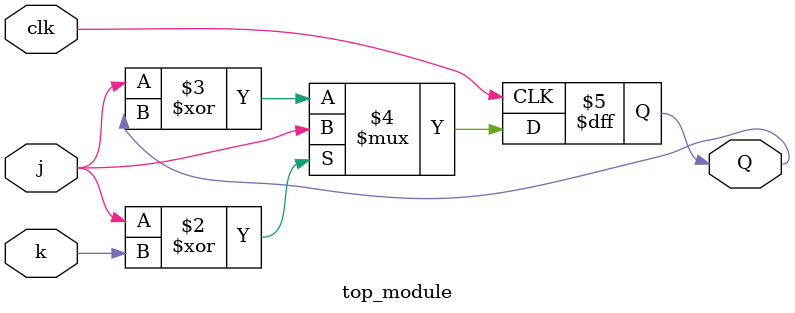
<source format=sv>
module top_module (
    input clk,
    input j,
    input k,
    output Q); 

    always_ff @(posedge clk)
        Q <= j ^ k ? j : j ^ Q;
endmodule

</source>
